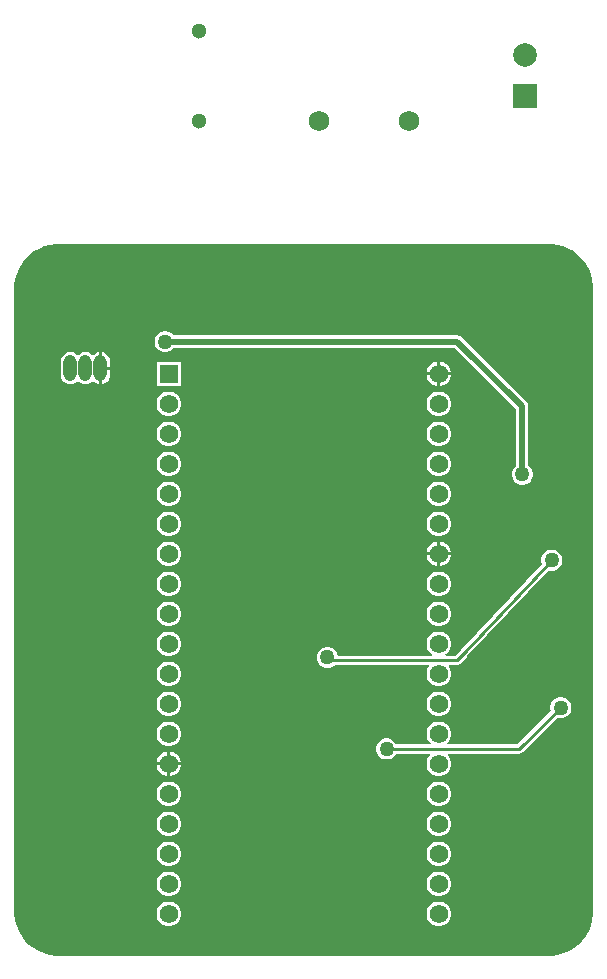
<source format=gbl>
G04*
G04 #@! TF.GenerationSoftware,Altium Limited,Altium Designer,21.7.1 (17)*
G04*
G04 Layer_Physical_Order=2*
G04 Layer_Color=16711680*
%FSLAX25Y25*%
%MOIN*%
G70*
G04*
G04 #@! TF.SameCoordinates,4F73F3F9-A25A-42A2-B41E-11CF7C4F7039*
G04*
G04*
G04 #@! TF.FilePolarity,Positive*
G04*
G01*
G75*
%ADD13C,0.01000*%
%ADD43C,0.02000*%
%ADD45C,0.06142*%
%ADD46R,0.06142X0.06142*%
%ADD47O,0.04370X0.08740*%
%ADD48C,0.05118*%
%ADD49C,0.06890*%
%ADD50R,0.07874X0.07874*%
%ADD51C,0.07874*%
%ADD52C,0.05000*%
G36*
X183004Y238921D02*
X184874Y238420D01*
X186662Y237679D01*
X188338Y236712D01*
X189873Y235533D01*
X191242Y234165D01*
X192420Y232629D01*
X193388Y230953D01*
X194128Y229165D01*
X194629Y227296D01*
X194882Y225377D01*
X194882Y224410D01*
X194882Y224410D01*
X194882Y224410D01*
X194882Y16732D01*
X194882Y15765D01*
X194629Y13846D01*
X194129Y11976D01*
X193388Y10188D01*
X192420Y8512D01*
X191242Y6977D01*
X189874Y5608D01*
X188338Y4430D01*
X186662Y3462D01*
X184874Y2722D01*
X183004Y2221D01*
X181086Y1968D01*
X180118Y1969D01*
X16732D01*
X15765Y1969D01*
X13846Y2221D01*
X11976Y2722D01*
X10188Y3463D01*
X8512Y4430D01*
X6977Y5608D01*
X5608Y6977D01*
X4430Y8512D01*
X3463Y10188D01*
X2722Y11976D01*
X2221Y13846D01*
X1969Y15765D01*
X1969Y16732D01*
X1969Y224409D01*
Y225377D01*
X2221Y227296D01*
X2722Y229165D01*
X3463Y230953D01*
X4430Y232629D01*
X5608Y234165D01*
X6977Y235533D01*
X8512Y236711D01*
X10188Y237679D01*
X11976Y238420D01*
X13846Y238920D01*
X15765Y239173D01*
X16732D01*
Y239173D01*
X180118Y239173D01*
X181086Y239173D01*
X183004Y238921D01*
D02*
G37*
%LPC*%
G36*
X25591Y203192D02*
X24759Y203082D01*
X23984Y202761D01*
X23428Y202335D01*
X23090Y202285D01*
X22753Y202335D01*
X22197Y202761D01*
X21422Y203082D01*
X20591Y203192D01*
X19759Y203082D01*
X18984Y202761D01*
X18319Y202251D01*
X17808Y201586D01*
X17488Y200811D01*
X17378Y199979D01*
Y195609D01*
X17488Y194778D01*
X17808Y194003D01*
X18319Y193338D01*
X18984Y192827D01*
X19759Y192506D01*
X20591Y192397D01*
X21422Y192506D01*
X22197Y192827D01*
X22753Y193254D01*
X23090Y193304D01*
X23428Y193254D01*
X23984Y192827D01*
X24759Y192506D01*
X25591Y192397D01*
X26422Y192506D01*
X27197Y192827D01*
X27753Y193254D01*
X28091Y193304D01*
X28428Y193254D01*
X28984Y192827D01*
X29759Y192506D01*
X30090Y192463D01*
Y197794D01*
Y203126D01*
X29759Y203082D01*
X28984Y202761D01*
X28428Y202335D01*
X28091Y202285D01*
X27753Y202335D01*
X27197Y202761D01*
X26422Y203082D01*
X25591Y203192D01*
D02*
G37*
G36*
X31091Y203126D02*
Y198294D01*
X33803D01*
Y199979D01*
X33694Y200811D01*
X33373Y201586D01*
X32862Y202251D01*
X32197Y202761D01*
X31422Y203082D01*
X31091Y203126D01*
D02*
G37*
G36*
X143961Y199976D02*
X143925D01*
Y196405D01*
X147496D01*
Y196441D01*
X147219Y197477D01*
X146683Y198405D01*
X145925Y199163D01*
X144997Y199699D01*
X143961Y199976D01*
D02*
G37*
G36*
X142925D02*
X142889D01*
X141854Y199699D01*
X140926Y199163D01*
X140168Y198405D01*
X139632Y197477D01*
X139354Y196441D01*
Y196405D01*
X142925D01*
Y199976D01*
D02*
G37*
G36*
X33803Y197294D02*
X31091D01*
Y192463D01*
X31422Y192506D01*
X32197Y192827D01*
X32862Y193338D01*
X33373Y194003D01*
X33694Y194778D01*
X33803Y195609D01*
Y197294D01*
D02*
G37*
G36*
X147496Y195405D02*
X143925D01*
Y191835D01*
X143961D01*
X144997Y192112D01*
X145925Y192648D01*
X146683Y193406D01*
X147219Y194334D01*
X147496Y195370D01*
Y195405D01*
D02*
G37*
G36*
X142925D02*
X139354D01*
Y195370D01*
X139632Y194334D01*
X140168Y193406D01*
X140926Y192648D01*
X141854Y192112D01*
X142889Y191835D01*
X142925D01*
Y195405D01*
D02*
G37*
G36*
X57496Y199976D02*
X49354D01*
Y191835D01*
X57496D01*
Y199976D01*
D02*
G37*
G36*
X143961Y189976D02*
X142889D01*
X141854Y189699D01*
X140926Y189163D01*
X140168Y188405D01*
X139632Y187477D01*
X139354Y186442D01*
Y185370D01*
X139632Y184334D01*
X140168Y183406D01*
X140926Y182648D01*
X141854Y182112D01*
X142889Y181835D01*
X143961D01*
X144997Y182112D01*
X145925Y182648D01*
X146683Y183406D01*
X147219Y184334D01*
X147496Y185370D01*
Y186442D01*
X147219Y187477D01*
X146683Y188405D01*
X145925Y189163D01*
X144997Y189699D01*
X143961Y189976D01*
D02*
G37*
G36*
X53961D02*
X52889D01*
X51854Y189699D01*
X50926Y189163D01*
X50168Y188405D01*
X49632Y187477D01*
X49354Y186442D01*
Y185370D01*
X49632Y184334D01*
X50168Y183406D01*
X50926Y182648D01*
X51854Y182112D01*
X52889Y181835D01*
X53961D01*
X54997Y182112D01*
X55925Y182648D01*
X56683Y183406D01*
X57219Y184334D01*
X57496Y185370D01*
Y186442D01*
X57219Y187477D01*
X56683Y188405D01*
X55925Y189163D01*
X54997Y189699D01*
X53961Y189976D01*
D02*
G37*
G36*
X143961Y179976D02*
X142889D01*
X141854Y179699D01*
X140926Y179163D01*
X140168Y178405D01*
X139632Y177477D01*
X139354Y176442D01*
Y175370D01*
X139632Y174334D01*
X140168Y173406D01*
X140926Y172648D01*
X141854Y172112D01*
X142889Y171835D01*
X143961D01*
X144997Y172112D01*
X145925Y172648D01*
X146683Y173406D01*
X147219Y174334D01*
X147496Y175370D01*
Y176442D01*
X147219Y177477D01*
X146683Y178405D01*
X145925Y179163D01*
X144997Y179699D01*
X143961Y179976D01*
D02*
G37*
G36*
X53961D02*
X52889D01*
X51854Y179699D01*
X50926Y179163D01*
X50168Y178405D01*
X49632Y177477D01*
X49354Y176442D01*
Y175370D01*
X49632Y174334D01*
X50168Y173406D01*
X50926Y172648D01*
X51854Y172112D01*
X52889Y171835D01*
X53961D01*
X54997Y172112D01*
X55925Y172648D01*
X56683Y173406D01*
X57219Y174334D01*
X57496Y175370D01*
Y176442D01*
X57219Y177477D01*
X56683Y178405D01*
X55925Y179163D01*
X54997Y179699D01*
X53961Y179976D01*
D02*
G37*
G36*
X143961Y169976D02*
X142889D01*
X141854Y169699D01*
X140926Y169163D01*
X140168Y168405D01*
X139632Y167477D01*
X139354Y166442D01*
Y165370D01*
X139632Y164334D01*
X140168Y163406D01*
X140926Y162648D01*
X141854Y162112D01*
X142889Y161835D01*
X143961D01*
X144997Y162112D01*
X145925Y162648D01*
X146683Y163406D01*
X147219Y164334D01*
X147496Y165370D01*
Y166442D01*
X147219Y167477D01*
X146683Y168405D01*
X145925Y169163D01*
X144997Y169699D01*
X143961Y169976D01*
D02*
G37*
G36*
X53961D02*
X52889D01*
X51854Y169699D01*
X50926Y169163D01*
X50168Y168405D01*
X49632Y167477D01*
X49354Y166442D01*
Y165370D01*
X49632Y164334D01*
X50168Y163406D01*
X50926Y162648D01*
X51854Y162112D01*
X52889Y161835D01*
X53961D01*
X54997Y162112D01*
X55925Y162648D01*
X56683Y163406D01*
X57219Y164334D01*
X57496Y165370D01*
Y166442D01*
X57219Y167477D01*
X56683Y168405D01*
X55925Y169163D01*
X54997Y169699D01*
X53961Y169976D01*
D02*
G37*
G36*
X52626Y210193D02*
X51705D01*
X50814Y209954D01*
X50016Y209494D01*
X49365Y208842D01*
X48904Y208044D01*
X48665Y207154D01*
Y206232D01*
X48904Y205342D01*
X49365Y204544D01*
X50016Y203892D01*
X50814Y203431D01*
X51705Y203193D01*
X52626D01*
X53516Y203431D01*
X54314Y203892D01*
X54966Y204544D01*
X55029Y204654D01*
X148762D01*
X169221Y184195D01*
Y165266D01*
X169111Y165202D01*
X168459Y164551D01*
X167998Y163752D01*
X167760Y162862D01*
Y161941D01*
X167998Y161051D01*
X168459Y160252D01*
X169111Y159601D01*
X169909Y159140D01*
X170799Y158902D01*
X171721D01*
X172611Y159140D01*
X173409Y159601D01*
X174060Y160252D01*
X174521Y161051D01*
X174760Y161941D01*
Y162862D01*
X174521Y163752D01*
X174060Y164551D01*
X173409Y165202D01*
X173299Y165266D01*
Y185039D01*
X173299Y185039D01*
X173144Y185820D01*
X172702Y186481D01*
X151048Y208135D01*
X150387Y208577D01*
X149606Y208732D01*
X55029D01*
X54966Y208842D01*
X54314Y209494D01*
X53516Y209954D01*
X52626Y210193D01*
D02*
G37*
G36*
X143961Y159976D02*
X142889D01*
X141854Y159699D01*
X140926Y159163D01*
X140168Y158405D01*
X139632Y157477D01*
X139354Y156441D01*
Y155370D01*
X139632Y154334D01*
X140168Y153406D01*
X140926Y152648D01*
X141854Y152112D01*
X142889Y151835D01*
X143961D01*
X144997Y152112D01*
X145925Y152648D01*
X146683Y153406D01*
X147219Y154334D01*
X147496Y155370D01*
Y156441D01*
X147219Y157477D01*
X146683Y158405D01*
X145925Y159163D01*
X144997Y159699D01*
X143961Y159976D01*
D02*
G37*
G36*
X53961D02*
X52889D01*
X51854Y159699D01*
X50926Y159163D01*
X50168Y158405D01*
X49632Y157477D01*
X49354Y156441D01*
Y155370D01*
X49632Y154334D01*
X50168Y153406D01*
X50926Y152648D01*
X51854Y152112D01*
X52889Y151835D01*
X53961D01*
X54997Y152112D01*
X55925Y152648D01*
X56683Y153406D01*
X57219Y154334D01*
X57496Y155370D01*
Y156441D01*
X57219Y157477D01*
X56683Y158405D01*
X55925Y159163D01*
X54997Y159699D01*
X53961Y159976D01*
D02*
G37*
G36*
X143961Y149976D02*
X142889D01*
X141854Y149699D01*
X140926Y149163D01*
X140168Y148405D01*
X139632Y147477D01*
X139354Y146441D01*
Y145370D01*
X139632Y144334D01*
X140168Y143406D01*
X140926Y142648D01*
X141854Y142112D01*
X142889Y141835D01*
X143961D01*
X144997Y142112D01*
X145925Y142648D01*
X146683Y143406D01*
X147219Y144334D01*
X147496Y145370D01*
Y146441D01*
X147219Y147477D01*
X146683Y148405D01*
X145925Y149163D01*
X144997Y149699D01*
X143961Y149976D01*
D02*
G37*
G36*
X53961D02*
X52889D01*
X51854Y149699D01*
X50926Y149163D01*
X50168Y148405D01*
X49632Y147477D01*
X49354Y146441D01*
Y145370D01*
X49632Y144334D01*
X50168Y143406D01*
X50926Y142648D01*
X51854Y142112D01*
X52889Y141835D01*
X53961D01*
X54997Y142112D01*
X55925Y142648D01*
X56683Y143406D01*
X57219Y144334D01*
X57496Y145370D01*
Y146441D01*
X57219Y147477D01*
X56683Y148405D01*
X55925Y149163D01*
X54997Y149699D01*
X53961Y149976D01*
D02*
G37*
G36*
X143961Y139976D02*
X143925D01*
Y136406D01*
X147496D01*
Y136442D01*
X147219Y137477D01*
X146683Y138405D01*
X145925Y139163D01*
X144997Y139699D01*
X143961Y139976D01*
D02*
G37*
G36*
X142925D02*
X142889D01*
X141854Y139699D01*
X140926Y139163D01*
X140168Y138405D01*
X139632Y137477D01*
X139354Y136442D01*
Y136406D01*
X142925D01*
Y139976D01*
D02*
G37*
G36*
X147496Y135406D02*
X143925D01*
Y131835D01*
X143961D01*
X144997Y132112D01*
X145925Y132648D01*
X146683Y133406D01*
X147219Y134334D01*
X147496Y135370D01*
Y135406D01*
D02*
G37*
G36*
X142925D02*
X139354D01*
Y135370D01*
X139632Y134334D01*
X140168Y133406D01*
X140926Y132648D01*
X141854Y132112D01*
X142889Y131835D01*
X142925D01*
Y135406D01*
D02*
G37*
G36*
X53961Y139976D02*
X52889D01*
X51854Y139699D01*
X50926Y139163D01*
X50168Y138405D01*
X49632Y137477D01*
X49354Y136442D01*
Y135370D01*
X49632Y134334D01*
X50168Y133406D01*
X50926Y132648D01*
X51854Y132112D01*
X52889Y131835D01*
X53961D01*
X54997Y132112D01*
X55925Y132648D01*
X56683Y133406D01*
X57219Y134334D01*
X57496Y135370D01*
Y136442D01*
X57219Y137477D01*
X56683Y138405D01*
X55925Y139163D01*
X54997Y139699D01*
X53961Y139976D01*
D02*
G37*
G36*
X181563Y137358D02*
X180642D01*
X179751Y137120D01*
X178953Y136659D01*
X178302Y136007D01*
X177841Y135209D01*
X177602Y134319D01*
Y133397D01*
X177815Y132604D01*
X150652Y103833D01*
X148741Y101923D01*
X146239D01*
X145669Y101923D01*
X145535Y102423D01*
X145925Y102648D01*
X146683Y103406D01*
X147219Y104334D01*
X147496Y105370D01*
Y106441D01*
X147219Y107477D01*
X146683Y108405D01*
X145925Y109163D01*
X144997Y109699D01*
X143961Y109976D01*
X142889D01*
X141854Y109699D01*
X140926Y109163D01*
X140168Y108405D01*
X139632Y107477D01*
X139354Y106441D01*
Y105370D01*
X139632Y104334D01*
X140168Y103406D01*
X140926Y102648D01*
X141307Y102428D01*
X141173Y101928D01*
X109767Y101960D01*
X109561Y102729D01*
X109100Y103527D01*
X108448Y104179D01*
X107650Y104639D01*
X106760Y104878D01*
X105838D01*
X104948Y104639D01*
X104150Y104179D01*
X103498Y103527D01*
X103038Y102729D01*
X102799Y101839D01*
Y100917D01*
X103038Y100027D01*
X103498Y99229D01*
X104150Y98577D01*
X104948Y98116D01*
X105838Y97878D01*
X106760D01*
X107650Y98116D01*
X108448Y98577D01*
X108773Y98902D01*
X139980Y98870D01*
X140078Y98633D01*
X140147Y98370D01*
X139632Y97477D01*
X139354Y96442D01*
Y95370D01*
X139632Y94334D01*
X140168Y93406D01*
X140926Y92648D01*
X141854Y92112D01*
X142889Y91835D01*
X143961D01*
X144997Y92112D01*
X145925Y92648D01*
X146683Y93406D01*
X147219Y94334D01*
X147496Y95370D01*
Y96442D01*
X147219Y97477D01*
X146707Y98364D01*
X146754Y98537D01*
X146931Y98864D01*
X149374D01*
X149960Y98980D01*
X150456Y99312D01*
X152830Y101686D01*
X152843Y101705D01*
X152861Y101718D01*
X180051Y130517D01*
X180642Y130358D01*
X181563D01*
X182453Y130597D01*
X183251Y131058D01*
X183903Y131709D01*
X184364Y132507D01*
X184602Y133397D01*
Y134319D01*
X184364Y135209D01*
X183903Y136007D01*
X183251Y136659D01*
X182453Y137120D01*
X181563Y137358D01*
D02*
G37*
G36*
X143961Y129976D02*
X142889D01*
X141854Y129699D01*
X140926Y129163D01*
X140168Y128405D01*
X139632Y127477D01*
X139354Y126442D01*
Y125370D01*
X139632Y124334D01*
X140168Y123406D01*
X140926Y122648D01*
X141854Y122112D01*
X142889Y121835D01*
X143961D01*
X144997Y122112D01*
X145925Y122648D01*
X146683Y123406D01*
X147219Y124334D01*
X147496Y125370D01*
Y126442D01*
X147219Y127477D01*
X146683Y128405D01*
X145925Y129163D01*
X144997Y129699D01*
X143961Y129976D01*
D02*
G37*
G36*
X53961D02*
X52889D01*
X51854Y129699D01*
X50926Y129163D01*
X50168Y128405D01*
X49632Y127477D01*
X49354Y126442D01*
Y125370D01*
X49632Y124334D01*
X50168Y123406D01*
X50926Y122648D01*
X51854Y122112D01*
X52889Y121835D01*
X53961D01*
X54997Y122112D01*
X55925Y122648D01*
X56683Y123406D01*
X57219Y124334D01*
X57496Y125370D01*
Y126442D01*
X57219Y127477D01*
X56683Y128405D01*
X55925Y129163D01*
X54997Y129699D01*
X53961Y129976D01*
D02*
G37*
G36*
X143961Y119976D02*
X142889D01*
X141854Y119699D01*
X140926Y119163D01*
X140168Y118405D01*
X139632Y117477D01*
X139354Y116442D01*
Y115370D01*
X139632Y114334D01*
X140168Y113406D01*
X140926Y112648D01*
X141854Y112112D01*
X142889Y111835D01*
X143961D01*
X144997Y112112D01*
X145925Y112648D01*
X146683Y113406D01*
X147219Y114334D01*
X147496Y115370D01*
Y116442D01*
X147219Y117477D01*
X146683Y118405D01*
X145925Y119163D01*
X144997Y119699D01*
X143961Y119976D01*
D02*
G37*
G36*
X53961D02*
X52889D01*
X51854Y119699D01*
X50926Y119163D01*
X50168Y118405D01*
X49632Y117477D01*
X49354Y116442D01*
Y115370D01*
X49632Y114334D01*
X50168Y113406D01*
X50926Y112648D01*
X51854Y112112D01*
X52889Y111835D01*
X53961D01*
X54997Y112112D01*
X55925Y112648D01*
X56683Y113406D01*
X57219Y114334D01*
X57496Y115370D01*
Y116442D01*
X57219Y117477D01*
X56683Y118405D01*
X55925Y119163D01*
X54997Y119699D01*
X53961Y119976D01*
D02*
G37*
G36*
Y109976D02*
X52889D01*
X51854Y109699D01*
X50926Y109163D01*
X50168Y108405D01*
X49632Y107477D01*
X49354Y106441D01*
Y105370D01*
X49632Y104334D01*
X50168Y103406D01*
X50926Y102648D01*
X51854Y102112D01*
X52889Y101835D01*
X53961D01*
X54997Y102112D01*
X55925Y102648D01*
X56683Y103406D01*
X57219Y104334D01*
X57496Y105370D01*
Y106441D01*
X57219Y107477D01*
X56683Y108405D01*
X55925Y109163D01*
X54997Y109699D01*
X53961Y109976D01*
D02*
G37*
G36*
Y99976D02*
X52889D01*
X51854Y99699D01*
X50926Y99163D01*
X50168Y98405D01*
X49632Y97477D01*
X49354Y96442D01*
Y95370D01*
X49632Y94334D01*
X50168Y93406D01*
X50926Y92648D01*
X51854Y92112D01*
X52889Y91835D01*
X53961D01*
X54997Y92112D01*
X55925Y92648D01*
X56683Y93406D01*
X57219Y94334D01*
X57496Y95370D01*
Y96442D01*
X57219Y97477D01*
X56683Y98405D01*
X55925Y99163D01*
X54997Y99699D01*
X53961Y99976D01*
D02*
G37*
G36*
X143961Y89976D02*
X142889D01*
X141854Y89699D01*
X140926Y89163D01*
X140168Y88405D01*
X139632Y87477D01*
X139354Y86441D01*
Y85370D01*
X139632Y84334D01*
X140168Y83406D01*
X140926Y82648D01*
X141854Y82112D01*
X142889Y81835D01*
X143961D01*
X144997Y82112D01*
X145925Y82648D01*
X146683Y83406D01*
X147219Y84334D01*
X147496Y85370D01*
Y86441D01*
X147219Y87477D01*
X146683Y88405D01*
X145925Y89163D01*
X144997Y89699D01*
X143961Y89976D01*
D02*
G37*
G36*
X53961D02*
X52889D01*
X51854Y89699D01*
X50926Y89163D01*
X50168Y88405D01*
X49632Y87477D01*
X49354Y86441D01*
Y85370D01*
X49632Y84334D01*
X50168Y83406D01*
X50926Y82648D01*
X51854Y82112D01*
X52889Y81835D01*
X53961D01*
X54997Y82112D01*
X55925Y82648D01*
X56683Y83406D01*
X57219Y84334D01*
X57496Y85370D01*
Y86441D01*
X57219Y87477D01*
X56683Y88405D01*
X55925Y89163D01*
X54997Y89699D01*
X53961Y89976D01*
D02*
G37*
G36*
X184516Y88146D02*
X183594D01*
X182704Y87907D01*
X181906Y87446D01*
X181254Y86795D01*
X180794Y85997D01*
X180555Y85106D01*
Y84185D01*
X180740Y83494D01*
X169642Y72395D01*
X146379D01*
X146172Y72895D01*
X146683Y73406D01*
X147219Y74334D01*
X147496Y75370D01*
Y76442D01*
X147219Y77477D01*
X146683Y78405D01*
X145925Y79163D01*
X144997Y79699D01*
X143961Y79976D01*
X142889D01*
X141854Y79699D01*
X140926Y79163D01*
X140168Y78405D01*
X139632Y77477D01*
X139354Y76442D01*
Y75370D01*
X139632Y74334D01*
X140168Y73406D01*
X140678Y72895D01*
X140471Y72395D01*
X129143D01*
X128785Y73015D01*
X128133Y73667D01*
X127335Y74128D01*
X126445Y74366D01*
X125523D01*
X124633Y74128D01*
X123835Y73667D01*
X123184Y73015D01*
X122723Y72217D01*
X122484Y71327D01*
Y70405D01*
X122723Y69515D01*
X123184Y68717D01*
X123835Y68065D01*
X124633Y67605D01*
X125523Y67366D01*
X126445D01*
X127335Y67605D01*
X128133Y68065D01*
X128785Y68717D01*
X129143Y69337D01*
X140392D01*
X140599Y68837D01*
X140168Y68405D01*
X139632Y67477D01*
X139354Y66442D01*
Y65370D01*
X139632Y64334D01*
X140168Y63406D01*
X140926Y62648D01*
X141854Y62112D01*
X142889Y61835D01*
X143961D01*
X144997Y62112D01*
X145925Y62648D01*
X146683Y63406D01*
X147219Y64334D01*
X147496Y65370D01*
Y66442D01*
X147219Y67477D01*
X146683Y68405D01*
X146251Y68837D01*
X146458Y69337D01*
X170276D01*
X170861Y69453D01*
X171357Y69785D01*
X182903Y81331D01*
X183594Y81146D01*
X184516D01*
X185406Y81384D01*
X186204Y81845D01*
X186856Y82497D01*
X187317Y83295D01*
X187555Y84185D01*
Y85106D01*
X187317Y85997D01*
X186856Y86795D01*
X186204Y87446D01*
X185406Y87907D01*
X184516Y88146D01*
D02*
G37*
G36*
X53961Y79976D02*
X52889D01*
X51854Y79699D01*
X50926Y79163D01*
X50168Y78405D01*
X49632Y77477D01*
X49354Y76442D01*
Y75370D01*
X49632Y74334D01*
X50168Y73406D01*
X50926Y72648D01*
X51854Y72112D01*
X52889Y71835D01*
X53961D01*
X54997Y72112D01*
X55925Y72648D01*
X56683Y73406D01*
X57219Y74334D01*
X57496Y75370D01*
Y76442D01*
X57219Y77477D01*
X56683Y78405D01*
X55925Y79163D01*
X54997Y79699D01*
X53961Y79976D01*
D02*
G37*
G36*
Y69976D02*
X53925D01*
Y66405D01*
X57496D01*
Y66442D01*
X57219Y67477D01*
X56683Y68405D01*
X55925Y69163D01*
X54997Y69699D01*
X53961Y69976D01*
D02*
G37*
G36*
X52925D02*
X52889D01*
X51854Y69699D01*
X50926Y69163D01*
X50168Y68405D01*
X49632Y67477D01*
X49354Y66442D01*
Y66405D01*
X52925D01*
Y69976D01*
D02*
G37*
G36*
X57496Y65405D02*
X53925D01*
Y61835D01*
X53961D01*
X54997Y62112D01*
X55925Y62648D01*
X56683Y63406D01*
X57219Y64334D01*
X57496Y65370D01*
Y65405D01*
D02*
G37*
G36*
X52925D02*
X49354D01*
Y65370D01*
X49632Y64334D01*
X50168Y63406D01*
X50926Y62648D01*
X51854Y62112D01*
X52889Y61835D01*
X52925D01*
Y65405D01*
D02*
G37*
G36*
X143961Y59976D02*
X142889D01*
X141854Y59699D01*
X140926Y59163D01*
X140168Y58405D01*
X139632Y57477D01*
X139354Y56441D01*
Y55370D01*
X139632Y54334D01*
X140168Y53406D01*
X140926Y52648D01*
X141854Y52112D01*
X142889Y51835D01*
X143961D01*
X144997Y52112D01*
X145925Y52648D01*
X146683Y53406D01*
X147219Y54334D01*
X147496Y55370D01*
Y56441D01*
X147219Y57477D01*
X146683Y58405D01*
X145925Y59163D01*
X144997Y59699D01*
X143961Y59976D01*
D02*
G37*
G36*
X53961D02*
X52889D01*
X51854Y59699D01*
X50926Y59163D01*
X50168Y58405D01*
X49632Y57477D01*
X49354Y56441D01*
Y55370D01*
X49632Y54334D01*
X50168Y53406D01*
X50926Y52648D01*
X51854Y52112D01*
X52889Y51835D01*
X53961D01*
X54997Y52112D01*
X55925Y52648D01*
X56683Y53406D01*
X57219Y54334D01*
X57496Y55370D01*
Y56441D01*
X57219Y57477D01*
X56683Y58405D01*
X55925Y59163D01*
X54997Y59699D01*
X53961Y59976D01*
D02*
G37*
G36*
X143961Y49976D02*
X142889D01*
X141854Y49699D01*
X140926Y49163D01*
X140168Y48405D01*
X139632Y47477D01*
X139354Y46442D01*
Y45370D01*
X139632Y44334D01*
X140168Y43406D01*
X140926Y42648D01*
X141854Y42112D01*
X142889Y41835D01*
X143961D01*
X144997Y42112D01*
X145925Y42648D01*
X146683Y43406D01*
X147219Y44334D01*
X147496Y45370D01*
Y46442D01*
X147219Y47477D01*
X146683Y48405D01*
X145925Y49163D01*
X144997Y49699D01*
X143961Y49976D01*
D02*
G37*
G36*
X53961D02*
X52889D01*
X51854Y49699D01*
X50926Y49163D01*
X50168Y48405D01*
X49632Y47477D01*
X49354Y46442D01*
Y45370D01*
X49632Y44334D01*
X50168Y43406D01*
X50926Y42648D01*
X51854Y42112D01*
X52889Y41835D01*
X53961D01*
X54997Y42112D01*
X55925Y42648D01*
X56683Y43406D01*
X57219Y44334D01*
X57496Y45370D01*
Y46442D01*
X57219Y47477D01*
X56683Y48405D01*
X55925Y49163D01*
X54997Y49699D01*
X53961Y49976D01*
D02*
G37*
G36*
X143961Y39976D02*
X142889D01*
X141854Y39699D01*
X140926Y39163D01*
X140168Y38405D01*
X139632Y37477D01*
X139354Y36441D01*
Y35370D01*
X139632Y34334D01*
X140168Y33406D01*
X140926Y32648D01*
X141854Y32112D01*
X142889Y31835D01*
X143961D01*
X144997Y32112D01*
X145925Y32648D01*
X146683Y33406D01*
X147219Y34334D01*
X147496Y35370D01*
Y36441D01*
X147219Y37477D01*
X146683Y38405D01*
X145925Y39163D01*
X144997Y39699D01*
X143961Y39976D01*
D02*
G37*
G36*
X53961D02*
X52889D01*
X51854Y39699D01*
X50926Y39163D01*
X50168Y38405D01*
X49632Y37477D01*
X49354Y36441D01*
Y35370D01*
X49632Y34334D01*
X50168Y33406D01*
X50926Y32648D01*
X51854Y32112D01*
X52889Y31835D01*
X53961D01*
X54997Y32112D01*
X55925Y32648D01*
X56683Y33406D01*
X57219Y34334D01*
X57496Y35370D01*
Y36441D01*
X57219Y37477D01*
X56683Y38405D01*
X55925Y39163D01*
X54997Y39699D01*
X53961Y39976D01*
D02*
G37*
G36*
X143961Y29976D02*
X142889D01*
X141854Y29699D01*
X140926Y29163D01*
X140168Y28405D01*
X139632Y27477D01*
X139354Y26441D01*
Y25370D01*
X139632Y24334D01*
X140168Y23406D01*
X140926Y22648D01*
X141854Y22112D01*
X142889Y21835D01*
X143961D01*
X144997Y22112D01*
X145925Y22648D01*
X146683Y23406D01*
X147219Y24334D01*
X147496Y25370D01*
Y26441D01*
X147219Y27477D01*
X146683Y28405D01*
X145925Y29163D01*
X144997Y29699D01*
X143961Y29976D01*
D02*
G37*
G36*
X53961D02*
X52889D01*
X51854Y29699D01*
X50926Y29163D01*
X50168Y28405D01*
X49632Y27477D01*
X49354Y26441D01*
Y25370D01*
X49632Y24334D01*
X50168Y23406D01*
X50926Y22648D01*
X51854Y22112D01*
X52889Y21835D01*
X53961D01*
X54997Y22112D01*
X55925Y22648D01*
X56683Y23406D01*
X57219Y24334D01*
X57496Y25370D01*
Y26441D01*
X57219Y27477D01*
X56683Y28405D01*
X55925Y29163D01*
X54997Y29699D01*
X53961Y29976D01*
D02*
G37*
G36*
X143961Y19976D02*
X142889D01*
X141854Y19699D01*
X140926Y19163D01*
X140168Y18405D01*
X139632Y17477D01*
X139354Y16442D01*
Y15370D01*
X139632Y14334D01*
X140168Y13406D01*
X140926Y12648D01*
X141854Y12112D01*
X142889Y11835D01*
X143961D01*
X144997Y12112D01*
X145925Y12648D01*
X146683Y13406D01*
X147219Y14334D01*
X147496Y15370D01*
Y16442D01*
X147219Y17477D01*
X146683Y18405D01*
X145925Y19163D01*
X144997Y19699D01*
X143961Y19976D01*
D02*
G37*
G36*
X53961D02*
X52889D01*
X51854Y19699D01*
X50926Y19163D01*
X50168Y18405D01*
X49632Y17477D01*
X49354Y16442D01*
Y15370D01*
X49632Y14334D01*
X50168Y13406D01*
X50926Y12648D01*
X51854Y12112D01*
X52889Y11835D01*
X53961D01*
X54997Y12112D01*
X55925Y12648D01*
X56683Y13406D01*
X57219Y14334D01*
X57496Y15370D01*
Y16442D01*
X57219Y17477D01*
X56683Y18405D01*
X55925Y19163D01*
X54997Y19699D01*
X53961Y19976D01*
D02*
G37*
%LPD*%
D13*
X144283Y100395D02*
X143430Y100476D01*
X142577Y100397D01*
X144283Y100395D02*
X146237Y100393D01*
X144283Y100395D02*
X144283D01*
X146237Y100393D02*
X149374D01*
X151749Y102768D01*
X106949Y100726D02*
X107243Y100433D01*
X142492Y100397D02*
X142577Y100397D01*
X106299Y101378D02*
X106949Y100726D01*
X107243Y100433D02*
X142492Y100397D01*
X170276Y70866D02*
X184055Y84646D01*
X125984Y70866D02*
X170276D01*
X151749Y102768D02*
X181102Y133858D01*
D43*
X149606Y206693D02*
X171260Y185039D01*
Y162402D02*
Y185039D01*
X52165Y206693D02*
X149606D01*
D45*
X143425Y95906D02*
D03*
Y85905D02*
D03*
Y75906D02*
D03*
Y65905D02*
D03*
Y55905D02*
D03*
Y45906D02*
D03*
Y35906D02*
D03*
Y25905D02*
D03*
Y15905D02*
D03*
Y105905D02*
D03*
Y115905D02*
D03*
Y125906D02*
D03*
Y135906D02*
D03*
Y195905D02*
D03*
Y185906D02*
D03*
Y165905D02*
D03*
Y155905D02*
D03*
Y145905D02*
D03*
Y175906D02*
D03*
X53425Y115905D02*
D03*
Y105905D02*
D03*
Y95906D02*
D03*
Y85905D02*
D03*
Y75906D02*
D03*
Y65905D02*
D03*
Y55905D02*
D03*
Y45906D02*
D03*
Y15905D02*
D03*
Y35906D02*
D03*
Y25905D02*
D03*
Y175906D02*
D03*
Y165905D02*
D03*
Y155905D02*
D03*
Y145905D02*
D03*
Y135906D02*
D03*
Y125906D02*
D03*
Y185906D02*
D03*
D46*
Y195905D02*
D03*
D47*
X20591Y197794D02*
D03*
X25591D02*
D03*
X30591D02*
D03*
D48*
X63425Y310276D02*
D03*
Y280276D02*
D03*
D49*
X133425D02*
D03*
X103425D02*
D03*
D50*
X172244Y288386D02*
D03*
D51*
Y302165D02*
D03*
D52*
X184055Y84646D02*
D03*
X125984Y70866D02*
D03*
X171260Y162402D02*
D03*
X52165Y206693D02*
D03*
X106299Y101378D02*
D03*
X181102Y133858D02*
D03*
M02*

</source>
